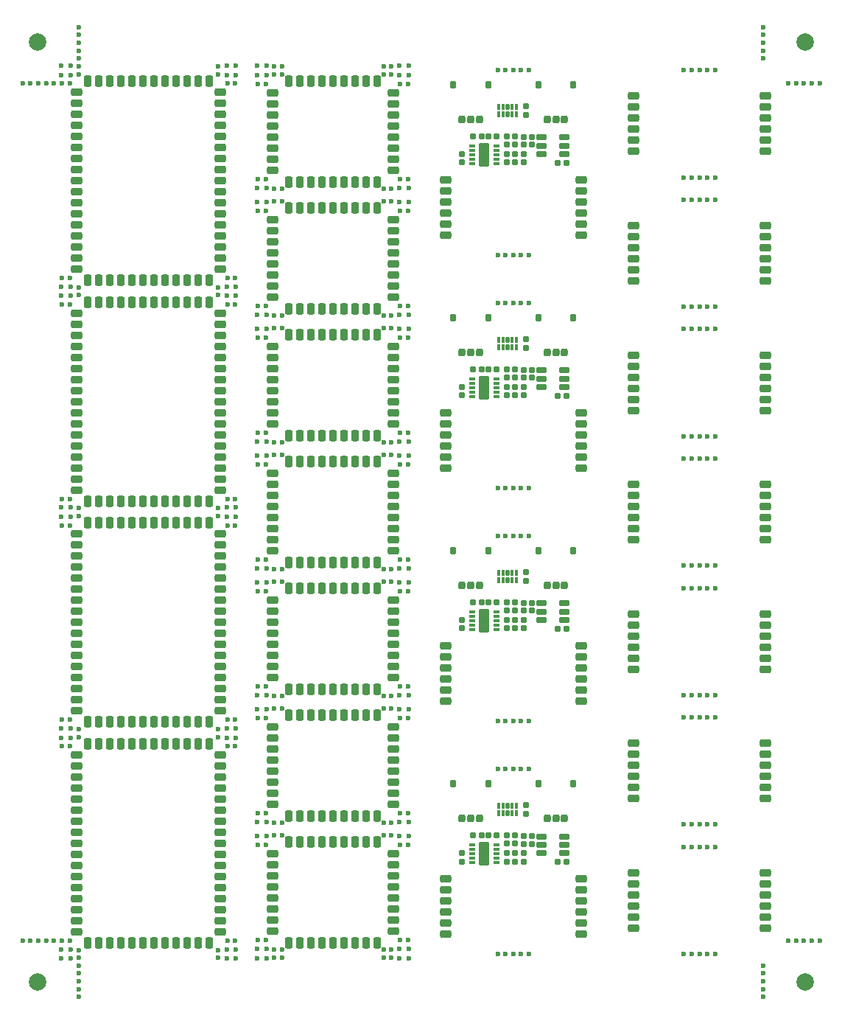
<source format=gbr>
%TF.GenerationSoftware,KiCad,Pcbnew,8.0.4*%
%TF.CreationDate,2024-12-12T20:15:35+01:00*%
%TF.ProjectId,Combined_Module_Panel,436f6d62-696e-4656-945f-4d6f64756c65,rev?*%
%TF.SameCoordinates,Original*%
%TF.FileFunction,Soldermask,Bot*%
%TF.FilePolarity,Negative*%
%FSLAX46Y46*%
G04 Gerber Fmt 4.6, Leading zero omitted, Abs format (unit mm)*
G04 Created by KiCad (PCBNEW 8.0.4) date 2024-12-12 20:15:35*
%MOMM*%
%LPD*%
G01*
G04 APERTURE LIST*
G04 Aperture macros list*
%AMRoundRect*
0 Rectangle with rounded corners*
0 $1 Rounding radius*
0 $2 $3 $4 $5 $6 $7 $8 $9 X,Y pos of 4 corners*
0 Add a 4 corners polygon primitive as box body*
4,1,4,$2,$3,$4,$5,$6,$7,$8,$9,$2,$3,0*
0 Add four circle primitives for the rounded corners*
1,1,$1+$1,$2,$3*
1,1,$1+$1,$4,$5*
1,1,$1+$1,$6,$7*
1,1,$1+$1,$8,$9*
0 Add four rect primitives between the rounded corners*
20,1,$1+$1,$2,$3,$4,$5,0*
20,1,$1+$1,$4,$5,$6,$7,0*
20,1,$1+$1,$6,$7,$8,$9,0*
20,1,$1+$1,$8,$9,$2,$3,0*%
G04 Aperture macros list end*
%ADD10RoundRect,0.167500X0.167500X0.192500X-0.167500X0.192500X-0.167500X-0.192500X0.167500X-0.192500X0*%
%ADD11RoundRect,0.115000X0.460000X1.210000X-0.460000X1.210000X-0.460000X-1.210000X0.460000X-1.210000X0*%
%ADD12RoundRect,0.085000X0.265000X0.085000X-0.265000X0.085000X-0.265000X-0.085000X0.265000X-0.085000X0*%
%ADD13RoundRect,0.162500X-0.162500X-0.287500X0.162500X-0.287500X0.162500X0.287500X-0.162500X0.287500X0*%
%ADD14RoundRect,0.200000X-0.200000X-0.250000X0.200000X-0.250000X0.200000X0.250000X-0.200000X0.250000X0*%
%ADD15RoundRect,0.167500X-0.167500X-0.192500X0.167500X-0.192500X0.167500X0.192500X-0.167500X0.192500X0*%
%ADD16RoundRect,0.085000X-0.085000X0.267500X-0.085000X-0.267500X0.085000X-0.267500X0.085000X0.267500X0*%
%ADD17RoundRect,0.135000X-0.135000X0.217500X-0.135000X-0.217500X0.135000X-0.217500X0.135000X0.217500X0*%
%ADD18RoundRect,0.167500X-0.192500X0.167500X-0.192500X-0.167500X0.192500X-0.167500X0.192500X0.167500X0*%
%ADD19RoundRect,0.175000X-0.425000X-0.175000X0.425000X-0.175000X0.425000X0.175000X-0.425000X0.175000X0*%
%ADD20RoundRect,0.167500X0.192500X-0.167500X0.192500X0.167500X-0.192500X0.167500X-0.192500X-0.167500X0*%
%ADD21RoundRect,0.225000X0.415000X-0.225000X0.415000X0.225000X-0.415000X0.225000X-0.415000X-0.225000X0*%
%ADD22C,0.600000*%
%ADD23C,2.000000*%
%ADD24RoundRect,0.225000X-0.415000X0.225000X-0.415000X-0.225000X0.415000X-0.225000X0.415000X0.225000X0*%
%ADD25RoundRect,0.225000X0.225000X0.415000X-0.225000X0.415000X-0.225000X-0.415000X0.225000X-0.415000X0*%
%ADD26RoundRect,0.225000X-0.225000X-0.415000X0.225000X-0.415000X0.225000X0.415000X-0.225000X0.415000X0*%
G04 APERTURE END LIST*
D10*
%TO.C,C30*%
X148385581Y-135751103D03*
X149345581Y-135751103D03*
%TD*%
D11*
%TO.C,U3*%
X139915581Y-134811103D03*
D12*
X138515581Y-133811103D03*
X138515581Y-134311103D03*
X138515581Y-134811103D03*
X138515581Y-135311103D03*
X138515581Y-135811103D03*
X141315581Y-135811103D03*
X141315581Y-135311103D03*
X141315581Y-134811103D03*
X141315581Y-134311103D03*
X141315581Y-133811103D03*
%TD*%
D13*
%TO.C,J10*%
X140388581Y-126790703D03*
X136338581Y-126790703D03*
D14*
X139363581Y-130790703D03*
X138363581Y-130790703D03*
X137363581Y-130790703D03*
%TD*%
D10*
%TO.C,C17*%
X140380581Y-132731103D03*
X141340581Y-132731103D03*
%TD*%
D15*
%TO.C,R61*%
X143460581Y-132741103D03*
X142500581Y-132741103D03*
%TD*%
%TO.C,C18*%
X139590581Y-132721103D03*
X138630581Y-132721103D03*
%TD*%
%TO.C,C79*%
X145380581Y-132761103D03*
X144420581Y-132761103D03*
%TD*%
%TO.C,R62*%
X143460581Y-133671103D03*
X142500581Y-133671103D03*
%TD*%
%TO.C,C80*%
X145380581Y-133681103D03*
X144420581Y-133681103D03*
%TD*%
D16*
%TO.C,U7*%
X141598059Y-130157603D03*
X142098059Y-130157603D03*
D17*
X142598059Y-130157603D03*
D16*
X143098059Y-130157603D03*
X143598059Y-130157603D03*
X143598059Y-129322603D03*
X143098059Y-129322603D03*
D17*
X142598059Y-129322603D03*
D16*
X142098059Y-129322603D03*
X141598059Y-129322603D03*
%TD*%
D10*
%TO.C,R3*%
X143460581Y-135716103D03*
X144420581Y-135716103D03*
%TD*%
D18*
%TO.C,R4*%
X137325581Y-135716103D03*
X137325581Y-134756103D03*
%TD*%
D10*
%TO.C,R10*%
X143460581Y-134756103D03*
X144420581Y-134756103D03*
%TD*%
D19*
%TO.C,U23*%
X149085581Y-134731103D03*
X149085581Y-133781103D03*
X149085581Y-132831103D03*
X146485581Y-132831103D03*
X146485581Y-133781103D03*
X146485581Y-134731103D03*
%TD*%
D18*
%TO.C,C29*%
X142500581Y-135716103D03*
X142500581Y-134756103D03*
%TD*%
D20*
%TO.C,C27*%
X144693381Y-129260103D03*
X144693381Y-130220103D03*
%TD*%
D13*
%TO.C,J12*%
X150161581Y-126790703D03*
X146111581Y-126790703D03*
D14*
X149136581Y-130790703D03*
X148136581Y-130790703D03*
X147136581Y-130790703D03*
%TD*%
D21*
%TO.C,J13*%
X151054162Y-137696703D03*
X151054162Y-138966703D03*
X151054162Y-140236703D03*
X151054162Y-141506703D03*
X151054162Y-142776703D03*
X151054162Y-144046703D03*
X135446000Y-144046703D03*
X135446000Y-142776703D03*
X135446000Y-141506703D03*
X135446000Y-140236703D03*
X135446000Y-138966703D03*
X135446000Y-137696703D03*
%TD*%
D22*
%TO.C,*%
X142350081Y-146325000D03*
%TD*%
%TO.C,*%
X145050081Y-125112382D03*
%TD*%
%TO.C,*%
X142350081Y-146325000D03*
%TD*%
%TO.C,*%
X144150081Y-146325000D03*
%TD*%
%TO.C,*%
X142350081Y-146325000D03*
%TD*%
%TO.C,*%
X141450081Y-146325000D03*
%TD*%
%TO.C,*%
X143250081Y-146325000D03*
%TD*%
%TO.C,*%
X145050081Y-125112382D03*
%TD*%
%TO.C,*%
X143250081Y-125112382D03*
%TD*%
%TO.C,*%
X142350081Y-125112382D03*
%TD*%
%TO.C,*%
X144150081Y-125112382D03*
%TD*%
%TO.C,*%
X141450081Y-146325000D03*
%TD*%
%TO.C,*%
X144150081Y-146325000D03*
%TD*%
%TO.C,*%
X142350081Y-125112382D03*
%TD*%
%TO.C,*%
X143250081Y-146325000D03*
%TD*%
%TO.C,*%
X141450081Y-146325000D03*
%TD*%
%TO.C,*%
X141450081Y-125112382D03*
%TD*%
%TO.C,*%
X141450081Y-125112382D03*
%TD*%
%TO.C,*%
X142350081Y-146325000D03*
%TD*%
%TO.C,*%
X145050081Y-146325000D03*
%TD*%
%TO.C,*%
X144150081Y-125112382D03*
%TD*%
%TO.C,*%
X145050081Y-146325000D03*
%TD*%
%TO.C,*%
X143250081Y-125112382D03*
%TD*%
%TO.C,*%
X141450081Y-125112382D03*
%TD*%
%TO.C,*%
X145050081Y-125112382D03*
%TD*%
%TO.C,*%
X144150081Y-146325000D03*
%TD*%
%TO.C,*%
X141450081Y-146325000D03*
%TD*%
%TO.C,*%
X143250081Y-146325000D03*
%TD*%
%TO.C,*%
X145050081Y-125112382D03*
%TD*%
%TO.C,*%
X143250081Y-146325000D03*
%TD*%
%TO.C,*%
X145050081Y-146325000D03*
%TD*%
%TO.C,*%
X145050081Y-125112382D03*
%TD*%
%TO.C,*%
X144150081Y-125112382D03*
%TD*%
%TO.C,*%
X141450081Y-146325000D03*
%TD*%
%TO.C,*%
X143250081Y-125112382D03*
%TD*%
%TO.C,*%
X144150081Y-146325000D03*
%TD*%
%TO.C,*%
X142350081Y-125112382D03*
%TD*%
%TO.C,*%
X145050081Y-146325000D03*
%TD*%
%TO.C,*%
X142350081Y-125112382D03*
%TD*%
%TO.C,*%
X143250081Y-125112382D03*
%TD*%
%TO.C,*%
X144150081Y-125112382D03*
%TD*%
%TO.C,*%
X141450081Y-125112382D03*
%TD*%
D10*
%TO.C,C30*%
X148385581Y-108980722D03*
X149345581Y-108980722D03*
%TD*%
D11*
%TO.C,U3*%
X139915581Y-108040722D03*
D12*
X138515581Y-107040722D03*
X138515581Y-107540722D03*
X138515581Y-108040722D03*
X138515581Y-108540722D03*
X138515581Y-109040722D03*
X141315581Y-109040722D03*
X141315581Y-108540722D03*
X141315581Y-108040722D03*
X141315581Y-107540722D03*
X141315581Y-107040722D03*
%TD*%
D13*
%TO.C,J10*%
X140388581Y-100020322D03*
X136338581Y-100020322D03*
D14*
X139363581Y-104020322D03*
X138363581Y-104020322D03*
X137363581Y-104020322D03*
%TD*%
D10*
%TO.C,C17*%
X140380581Y-105960722D03*
X141340581Y-105960722D03*
%TD*%
D15*
%TO.C,R61*%
X143460581Y-105970722D03*
X142500581Y-105970722D03*
%TD*%
%TO.C,C18*%
X139590581Y-105950722D03*
X138630581Y-105950722D03*
%TD*%
%TO.C,C79*%
X145380581Y-105990722D03*
X144420581Y-105990722D03*
%TD*%
%TO.C,R62*%
X143460581Y-106900722D03*
X142500581Y-106900722D03*
%TD*%
%TO.C,C80*%
X145380581Y-106910722D03*
X144420581Y-106910722D03*
%TD*%
D16*
%TO.C,U7*%
X141598059Y-103387222D03*
X142098059Y-103387222D03*
D17*
X142598059Y-103387222D03*
D16*
X143098059Y-103387222D03*
X143598059Y-103387222D03*
X143598059Y-102552222D03*
X143098059Y-102552222D03*
D17*
X142598059Y-102552222D03*
D16*
X142098059Y-102552222D03*
X141598059Y-102552222D03*
%TD*%
D10*
%TO.C,R3*%
X143460581Y-108945722D03*
X144420581Y-108945722D03*
%TD*%
D18*
%TO.C,R4*%
X137325581Y-108945722D03*
X137325581Y-107985722D03*
%TD*%
D10*
%TO.C,R10*%
X143460581Y-107985722D03*
X144420581Y-107985722D03*
%TD*%
D19*
%TO.C,U23*%
X149085581Y-107960722D03*
X149085581Y-107010722D03*
X149085581Y-106060722D03*
X146485581Y-106060722D03*
X146485581Y-107010722D03*
X146485581Y-107960722D03*
%TD*%
D18*
%TO.C,C29*%
X142500581Y-108945722D03*
X142500581Y-107985722D03*
%TD*%
D20*
%TO.C,C27*%
X144693381Y-102489722D03*
X144693381Y-103449722D03*
%TD*%
D13*
%TO.C,J12*%
X150161581Y-100020322D03*
X146111581Y-100020322D03*
D14*
X149136581Y-104020322D03*
X148136581Y-104020322D03*
X147136581Y-104020322D03*
%TD*%
D21*
%TO.C,J13*%
X151054162Y-110926322D03*
X151054162Y-112196322D03*
X151054162Y-113466322D03*
X151054162Y-114736322D03*
X151054162Y-116006322D03*
X151054162Y-117276322D03*
X135446000Y-117276322D03*
X135446000Y-116006322D03*
X135446000Y-114736322D03*
X135446000Y-113466322D03*
X135446000Y-112196322D03*
X135446000Y-110926322D03*
%TD*%
D22*
%TO.C,*%
X142350081Y-119554619D03*
%TD*%
%TO.C,*%
X145050081Y-98342001D03*
%TD*%
%TO.C,*%
X142350081Y-119554619D03*
%TD*%
%TO.C,*%
X144150081Y-119554619D03*
%TD*%
%TO.C,*%
X142350081Y-119554619D03*
%TD*%
%TO.C,*%
X141450081Y-119554619D03*
%TD*%
%TO.C,*%
X143250081Y-119554619D03*
%TD*%
%TO.C,*%
X145050081Y-98342001D03*
%TD*%
%TO.C,*%
X143250081Y-98342001D03*
%TD*%
%TO.C,*%
X142350081Y-98342001D03*
%TD*%
%TO.C,*%
X144150081Y-98342001D03*
%TD*%
%TO.C,*%
X141450081Y-119554619D03*
%TD*%
%TO.C,*%
X144150081Y-119554619D03*
%TD*%
%TO.C,*%
X142350081Y-98342001D03*
%TD*%
%TO.C,*%
X143250081Y-119554619D03*
%TD*%
%TO.C,*%
X141450081Y-119554619D03*
%TD*%
%TO.C,*%
X141450081Y-98342001D03*
%TD*%
%TO.C,*%
X141450081Y-98342001D03*
%TD*%
%TO.C,*%
X142350081Y-119554619D03*
%TD*%
%TO.C,*%
X145050081Y-119554619D03*
%TD*%
%TO.C,*%
X144150081Y-98342001D03*
%TD*%
%TO.C,*%
X145050081Y-119554619D03*
%TD*%
%TO.C,*%
X143250081Y-98342001D03*
%TD*%
%TO.C,*%
X141450081Y-98342001D03*
%TD*%
%TO.C,*%
X145050081Y-98342001D03*
%TD*%
%TO.C,*%
X144150081Y-119554619D03*
%TD*%
%TO.C,*%
X141450081Y-119554619D03*
%TD*%
%TO.C,*%
X143250081Y-119554619D03*
%TD*%
%TO.C,*%
X145050081Y-98342001D03*
%TD*%
%TO.C,*%
X143250081Y-119554619D03*
%TD*%
%TO.C,*%
X145050081Y-119554619D03*
%TD*%
%TO.C,*%
X145050081Y-98342001D03*
%TD*%
%TO.C,*%
X144150081Y-98342001D03*
%TD*%
%TO.C,*%
X141450081Y-119554619D03*
%TD*%
%TO.C,*%
X143250081Y-98342001D03*
%TD*%
%TO.C,*%
X144150081Y-119554619D03*
%TD*%
%TO.C,*%
X142350081Y-98342001D03*
%TD*%
%TO.C,*%
X145050081Y-119554619D03*
%TD*%
%TO.C,*%
X142350081Y-98342001D03*
%TD*%
%TO.C,*%
X143250081Y-98342001D03*
%TD*%
%TO.C,*%
X144150081Y-98342001D03*
%TD*%
%TO.C,*%
X141450081Y-98342001D03*
%TD*%
D10*
%TO.C,C30*%
X148385581Y-82227722D03*
X149345581Y-82227722D03*
%TD*%
D11*
%TO.C,U3*%
X139915581Y-81287722D03*
D12*
X138515581Y-80287722D03*
X138515581Y-80787722D03*
X138515581Y-81287722D03*
X138515581Y-81787722D03*
X138515581Y-82287722D03*
X141315581Y-82287722D03*
X141315581Y-81787722D03*
X141315581Y-81287722D03*
X141315581Y-80787722D03*
X141315581Y-80287722D03*
%TD*%
D13*
%TO.C,J10*%
X140388581Y-73267322D03*
X136338581Y-73267322D03*
D14*
X139363581Y-77267322D03*
X138363581Y-77267322D03*
X137363581Y-77267322D03*
%TD*%
D10*
%TO.C,C17*%
X140380581Y-79207722D03*
X141340581Y-79207722D03*
%TD*%
D15*
%TO.C,R61*%
X143460581Y-79217722D03*
X142500581Y-79217722D03*
%TD*%
%TO.C,C18*%
X139590581Y-79197722D03*
X138630581Y-79197722D03*
%TD*%
%TO.C,C79*%
X145380581Y-79237722D03*
X144420581Y-79237722D03*
%TD*%
%TO.C,R62*%
X143460581Y-80147722D03*
X142500581Y-80147722D03*
%TD*%
%TO.C,C80*%
X145380581Y-80157722D03*
X144420581Y-80157722D03*
%TD*%
D16*
%TO.C,U7*%
X141598059Y-76634222D03*
X142098059Y-76634222D03*
D17*
X142598059Y-76634222D03*
D16*
X143098059Y-76634222D03*
X143598059Y-76634222D03*
X143598059Y-75799222D03*
X143098059Y-75799222D03*
D17*
X142598059Y-75799222D03*
D16*
X142098059Y-75799222D03*
X141598059Y-75799222D03*
%TD*%
D10*
%TO.C,R3*%
X143460581Y-82192722D03*
X144420581Y-82192722D03*
%TD*%
D18*
%TO.C,R4*%
X137325581Y-82192722D03*
X137325581Y-81232722D03*
%TD*%
D10*
%TO.C,R10*%
X143460581Y-81232722D03*
X144420581Y-81232722D03*
%TD*%
D19*
%TO.C,U23*%
X149085581Y-81207722D03*
X149085581Y-80257722D03*
X149085581Y-79307722D03*
X146485581Y-79307722D03*
X146485581Y-80257722D03*
X146485581Y-81207722D03*
%TD*%
D18*
%TO.C,C29*%
X142500581Y-82192722D03*
X142500581Y-81232722D03*
%TD*%
D20*
%TO.C,C27*%
X144693381Y-75736722D03*
X144693381Y-76696722D03*
%TD*%
D13*
%TO.C,J12*%
X150161581Y-73267322D03*
X146111581Y-73267322D03*
D14*
X149136581Y-77267322D03*
X148136581Y-77267322D03*
X147136581Y-77267322D03*
%TD*%
D21*
%TO.C,J13*%
X151054162Y-84173322D03*
X151054162Y-85443322D03*
X151054162Y-86713322D03*
X151054162Y-87983322D03*
X151054162Y-89253322D03*
X151054162Y-90523322D03*
X135446000Y-90523322D03*
X135446000Y-89253322D03*
X135446000Y-87983322D03*
X135446000Y-86713322D03*
X135446000Y-85443322D03*
X135446000Y-84173322D03*
%TD*%
D22*
%TO.C,*%
X142350081Y-92801619D03*
%TD*%
%TO.C,*%
X145050081Y-71589001D03*
%TD*%
%TO.C,*%
X142350081Y-92801619D03*
%TD*%
%TO.C,*%
X144150081Y-92801619D03*
%TD*%
%TO.C,*%
X142350081Y-92801619D03*
%TD*%
%TO.C,*%
X141450081Y-92801619D03*
%TD*%
%TO.C,*%
X143250081Y-92801619D03*
%TD*%
%TO.C,*%
X145050081Y-71589001D03*
%TD*%
%TO.C,*%
X143250081Y-71589001D03*
%TD*%
%TO.C,*%
X142350081Y-71589001D03*
%TD*%
%TO.C,*%
X144150081Y-71589001D03*
%TD*%
%TO.C,*%
X141450081Y-92801619D03*
%TD*%
%TO.C,*%
X144150081Y-92801619D03*
%TD*%
%TO.C,*%
X142350081Y-71589001D03*
%TD*%
%TO.C,*%
X143250081Y-92801619D03*
%TD*%
%TO.C,*%
X141450081Y-92801619D03*
%TD*%
%TO.C,*%
X141450081Y-71589001D03*
%TD*%
%TO.C,*%
X141450081Y-71589001D03*
%TD*%
%TO.C,*%
X142350081Y-92801619D03*
%TD*%
%TO.C,*%
X145050081Y-92801619D03*
%TD*%
%TO.C,*%
X144150081Y-71589001D03*
%TD*%
%TO.C,*%
X145050081Y-92801619D03*
%TD*%
%TO.C,*%
X143250081Y-71589001D03*
%TD*%
%TO.C,*%
X141450081Y-71589001D03*
%TD*%
%TO.C,*%
X145050081Y-71589001D03*
%TD*%
%TO.C,*%
X144150081Y-92801619D03*
%TD*%
%TO.C,*%
X141450081Y-92801619D03*
%TD*%
%TO.C,*%
X143250081Y-92801619D03*
%TD*%
%TO.C,*%
X145050081Y-71589001D03*
%TD*%
%TO.C,*%
X143250081Y-92801619D03*
%TD*%
%TO.C,*%
X145050081Y-92801619D03*
%TD*%
%TO.C,*%
X145050081Y-71589001D03*
%TD*%
%TO.C,*%
X144150081Y-71589001D03*
%TD*%
%TO.C,*%
X141450081Y-92801619D03*
%TD*%
%TO.C,*%
X143250081Y-71589001D03*
%TD*%
%TO.C,*%
X144150081Y-92801619D03*
%TD*%
%TO.C,*%
X142350081Y-71589001D03*
%TD*%
%TO.C,*%
X145050081Y-92801619D03*
%TD*%
%TO.C,*%
X142350081Y-71589001D03*
%TD*%
%TO.C,*%
X143250081Y-71589001D03*
%TD*%
%TO.C,*%
X144150081Y-71589001D03*
%TD*%
%TO.C,*%
X141450081Y-71589001D03*
%TD*%
%TO.C,*%
X129247632Y-88972300D03*
%TD*%
%TO.C,*%
X165554162Y-146325000D03*
%TD*%
%TO.C,*%
X163754162Y-59701000D03*
%TD*%
%TO.C,*%
X130235500Y-101015300D03*
%TD*%
%TO.C,*%
X130147632Y-45373868D03*
%TD*%
%TO.C,*%
X163754162Y-134025000D03*
%TD*%
D23*
%TO.C,REF\u002A\u002A*%
X176754162Y-149575000D03*
%TD*%
D22*
%TO.C,*%
X165554162Y-74566000D03*
%TD*%
%TO.C,*%
X166454162Y-89431000D03*
%TD*%
%TO.C,2*%
X175754162Y-144788400D03*
%TD*%
%TO.C,*%
X163754162Y-116596000D03*
%TD*%
%TO.C,*%
X113885500Y-104691400D03*
%TD*%
%TO.C,*%
X166454162Y-131461000D03*
%TD*%
%TO.C,*%
X145050081Y-66048619D03*
%TD*%
%TO.C,*%
X166454162Y-57136000D03*
%TD*%
%TO.C,*%
X163754162Y-86866000D03*
%TD*%
%TO.C,*%
X92257000Y-71743600D03*
%TD*%
%TO.C,*%
X110295680Y-146862868D03*
%TD*%
%TO.C,1*%
X174853162Y-46373320D03*
%TD*%
%TO.C,*%
X163754162Y-44836000D03*
%TD*%
%TO.C,*%
X91357000Y-71743600D03*
%TD*%
%TO.C,*%
X163754162Y-72001000D03*
%TD*%
%TO.C,*%
X128347632Y-118102953D03*
%TD*%
%TO.C,*%
X165554162Y-44836000D03*
%TD*%
%TO.C,*%
X116673368Y-88972300D03*
%TD*%
%TO.C,*%
X162854162Y-134025000D03*
%TD*%
%TO.C,*%
X163754162Y-57136000D03*
%TD*%
%TO.C,*%
X114873368Y-87522332D03*
%TD*%
%TO.C,*%
X142350081Y-66048619D03*
%TD*%
%TO.C,*%
X166454162Y-44836000D03*
%TD*%
D24*
%TO.C,J9*%
X172254162Y-128485833D03*
X172254162Y-127215833D03*
X172254162Y-125945833D03*
X172254162Y-124675833D03*
X172254162Y-123405833D03*
X172254162Y-122135833D03*
X157054162Y-122135833D03*
X157054162Y-123405833D03*
X157054162Y-124675833D03*
X157054162Y-125945833D03*
X157054162Y-127215833D03*
X157054162Y-128485833D03*
%TD*%
D22*
%TO.C,*%
X114873368Y-145770732D03*
%TD*%
%TO.C,*%
X114785500Y-144701600D03*
%TD*%
%TO.C,*%
X162854162Y-57136000D03*
%TD*%
%TO.C,*%
X115773368Y-45286000D03*
%TD*%
%TO.C,*%
X165554162Y-57136000D03*
%TD*%
%TO.C,*%
X164654162Y-104296000D03*
%TD*%
%TO.C,*%
X165554162Y-86866000D03*
%TD*%
%TO.C,*%
X111370868Y-121491868D03*
%TD*%
%TO.C,*%
X166454162Y-89431000D03*
%TD*%
%TO.C,*%
X130235500Y-104697853D03*
%TD*%
%TO.C,*%
X114785500Y-133815600D03*
%TD*%
%TO.C,*%
X166454162Y-104296000D03*
%TD*%
%TO.C,*%
X163754162Y-116596000D03*
%TD*%
%TO.C,*%
X129247632Y-45286000D03*
%TD*%
%TO.C,*%
X162854162Y-146325000D03*
%TD*%
%TO.C,*%
X163754162Y-89431000D03*
%TD*%
%TO.C,*%
X113797632Y-103622268D03*
%TD*%
%TO.C,*%
X130147632Y-44298132D03*
%TD*%
%TO.C,*%
X165554162Y-131461000D03*
%TD*%
%TO.C,*%
X110295680Y-121491868D03*
%TD*%
%TO.C,*%
X111370868Y-45378868D03*
%TD*%
%TO.C,*%
X113797632Y-145770732D03*
%TD*%
%TO.C,*%
X91357000Y-46372600D03*
%TD*%
%TO.C,*%
X165554162Y-116596000D03*
%TD*%
%TO.C,*%
X115773368Y-102172300D03*
%TD*%
%TO.C,*%
X113885500Y-119253500D03*
%TD*%
%TO.C,*%
X163754162Y-59701000D03*
%TD*%
%TO.C,*%
X166454162Y-116596000D03*
%TD*%
%TO.C,*%
X164654162Y-119161000D03*
%TD*%
%TO.C,*%
X131223368Y-146846468D03*
%TD*%
%TO.C,*%
X165554162Y-131461000D03*
%TD*%
%TO.C,*%
X165554162Y-101731000D03*
%TD*%
%TO.C,*%
X165554162Y-59701000D03*
%TD*%
%TO.C,1*%
X90457000Y-144793400D03*
%TD*%
%TO.C,*%
X165554162Y-89431000D03*
%TD*%
%TO.C,*%
X113885500Y-130139500D03*
%TD*%
%TO.C,*%
X141450081Y-44836001D03*
%TD*%
%TO.C,*%
X114785500Y-90129300D03*
%TD*%
%TO.C,*%
X163754162Y-72001000D03*
%TD*%
%TO.C,*%
X164654162Y-74566000D03*
%TD*%
%TO.C,*%
X130147632Y-89060168D03*
%TD*%
%TO.C,*%
X131135500Y-46443000D03*
%TD*%
%TO.C,*%
X131135500Y-90129300D03*
%TD*%
%TO.C,*%
X162854162Y-86866000D03*
%TD*%
%TO.C,*%
X166454162Y-59701000D03*
%TD*%
%TO.C,*%
X114873368Y-118184368D03*
%TD*%
%TO.C,*%
X113797632Y-118184368D03*
%TD*%
%TO.C,*%
X113797632Y-87522332D03*
%TD*%
%TO.C,*%
X166454162Y-44836000D03*
%TD*%
%TO.C,2*%
X93344320Y-42587000D03*
%TD*%
%TO.C,*%
X91357000Y-122485600D03*
%TD*%
%TO.C,*%
X130235500Y-130139500D03*
%TD*%
%TO.C,*%
X162854162Y-134025000D03*
%TD*%
%TO.C,*%
X130235500Y-61005100D03*
%TD*%
%TO.C,*%
X163754162Y-146325000D03*
%TD*%
%TO.C,*%
X114873368Y-102084432D03*
%TD*%
%TO.C,*%
X114873368Y-146846468D03*
%TD*%
%TO.C,*%
X110383000Y-68680400D03*
%TD*%
%TO.C,*%
X166454162Y-72001000D03*
%TD*%
%TO.C,*%
X164654162Y-89431000D03*
%TD*%
%TO.C,*%
X131135500Y-71884647D03*
%TD*%
%TO.C,*%
X141450081Y-44836001D03*
%TD*%
%TO.C,*%
X141450081Y-66048619D03*
%TD*%
%TO.C,*%
X165554162Y-72001000D03*
%TD*%
%TO.C,*%
X163754162Y-89431000D03*
%TD*%
%TO.C,*%
X113797632Y-131208632D03*
%TD*%
%TO.C,*%
X110295132Y-95045132D03*
%TD*%
%TO.C,*%
X164654162Y-59701000D03*
%TD*%
%TO.C,*%
X165554162Y-101731000D03*
%TD*%
%TO.C,*%
X162854162Y-146325000D03*
%TD*%
%TO.C,*%
X164654162Y-72001000D03*
%TD*%
%TO.C,*%
X166454162Y-146325000D03*
%TD*%
%TO.C,*%
X163754162Y-101731000D03*
%TD*%
%TO.C,*%
X129247632Y-118102953D03*
%TD*%
%TO.C,*%
X164654162Y-101731000D03*
%TD*%
%TO.C,*%
X131135500Y-86446747D03*
%TD*%
%TO.C,2*%
X175753162Y-46373320D03*
%TD*%
%TO.C,*%
X165554162Y-86866000D03*
%TD*%
%TO.C,*%
X131223368Y-145770732D03*
%TD*%
%TO.C,*%
X143250081Y-66048619D03*
%TD*%
%TO.C,*%
X164654162Y-57136000D03*
%TD*%
%TO.C,*%
X131223368Y-58391679D03*
%TD*%
%TO.C,*%
X163754162Y-72001000D03*
%TD*%
%TO.C,*%
X129247632Y-132665053D03*
%TD*%
%TO.C,*%
X116673368Y-44386000D03*
%TD*%
%TO.C,*%
X109295680Y-70666000D03*
%TD*%
%TO.C,1*%
X90457000Y-46372600D03*
%TD*%
%TO.C,*%
X128347632Y-102172300D03*
%TD*%
%TO.C,*%
X166454162Y-57136000D03*
%TD*%
%TO.C,*%
X93349000Y-121404000D03*
%TD*%
%TO.C,2*%
X93349000Y-148575000D03*
%TD*%
%TO.C,*%
X162854162Y-101731000D03*
%TD*%
%TO.C,*%
X165554162Y-146325000D03*
%TD*%
%TO.C,*%
X164654162Y-131461000D03*
%TD*%
%TO.C,*%
X116673368Y-59848100D03*
%TD*%
%TO.C,*%
X111370320Y-44303132D03*
%TD*%
%TO.C,*%
X91357000Y-119422400D03*
%TD*%
%TO.C,*%
X128347632Y-131296500D03*
%TD*%
%TO.C,*%
X166454162Y-72001000D03*
%TD*%
%TO.C,*%
X115773368Y-88972300D03*
%TD*%
%TO.C,*%
X165554162Y-119161000D03*
%TD*%
%TO.C,*%
X162854162Y-59701000D03*
%TD*%
%TO.C,*%
X128347632Y-59848100D03*
%TD*%
%TO.C,*%
X113797632Y-45373868D03*
%TD*%
%TO.C,*%
X162854162Y-89431000D03*
%TD*%
%TO.C,*%
X163754162Y-89431000D03*
%TD*%
%TO.C,*%
X166454162Y-59701000D03*
%TD*%
%TO.C,*%
X129247632Y-102172300D03*
%TD*%
%TO.C,*%
X166454162Y-134025000D03*
%TD*%
%TO.C,*%
X131223368Y-59935968D03*
%TD*%
%TO.C,*%
X163754162Y-134025000D03*
%TD*%
%TO.C,*%
X110295132Y-120416132D03*
%TD*%
%TO.C,*%
X129247632Y-74410200D03*
%TD*%
%TO.C,*%
X92344868Y-146862868D03*
%TD*%
%TO.C,*%
X165554162Y-101731000D03*
%TD*%
%TO.C,*%
X165554162Y-104296000D03*
%TD*%
%TO.C,*%
X142350081Y-44836001D03*
%TD*%
%TO.C,*%
X163754162Y-104296000D03*
%TD*%
%TO.C,3*%
X93344320Y-41687000D03*
%TD*%
%TO.C,*%
X144150081Y-66048619D03*
%TD*%
%TO.C,*%
X111283000Y-122485600D03*
%TD*%
%TO.C,*%
X166454162Y-101731000D03*
%TD*%
%TO.C,*%
X165554162Y-72001000D03*
%TD*%
%TO.C,4*%
X93344320Y-40787000D03*
%TD*%
%TO.C,*%
X141450081Y-66048619D03*
%TD*%
%TO.C,*%
X128347632Y-45286000D03*
%TD*%
%TO.C,*%
X166454162Y-44836000D03*
%TD*%
%TO.C,*%
X144150081Y-44836001D03*
%TD*%
%TO.C,*%
X166454162Y-119161000D03*
%TD*%
D24*
%TO.C,J8*%
X93065000Y-98106000D03*
X93065000Y-99376000D03*
X93065000Y-100646000D03*
X93065000Y-101916000D03*
X93065000Y-103186000D03*
X93065000Y-104456000D03*
X93065000Y-105726000D03*
X93065000Y-106996000D03*
D21*
X93065000Y-108266000D03*
X93065000Y-109536000D03*
X93065000Y-110806000D03*
X93065000Y-112076000D03*
X93065000Y-113346000D03*
X93065000Y-114616000D03*
X93065000Y-115886000D03*
X93065000Y-117156000D03*
X93065000Y-118426000D03*
D25*
X94335000Y-119696000D03*
X95605000Y-119696000D03*
X96875000Y-119696000D03*
X98145000Y-119696000D03*
X99415000Y-119696000D03*
X100685000Y-119696000D03*
D26*
X101955000Y-119696000D03*
X103225000Y-119696000D03*
X104495000Y-119696000D03*
X105765000Y-119696000D03*
X107035000Y-119696000D03*
X108305000Y-119696000D03*
D24*
X109575000Y-118426000D03*
X109575000Y-117156000D03*
X109575000Y-115886000D03*
X109575000Y-114616000D03*
X109575000Y-113346000D03*
X109575000Y-112076000D03*
X109575000Y-110806000D03*
X109575000Y-109536000D03*
X109575000Y-108266000D03*
X109575000Y-106996000D03*
X109575000Y-105726000D03*
X109575000Y-104456000D03*
D21*
X109575000Y-103186000D03*
X109575000Y-101916000D03*
X109575000Y-100646000D03*
X109575000Y-99376000D03*
X109575000Y-98106000D03*
D26*
X108305000Y-96836000D03*
X107035000Y-96836000D03*
X105765000Y-96836000D03*
X104495000Y-96836000D03*
X103225000Y-96836000D03*
D25*
X101955000Y-96836000D03*
X100685000Y-96836000D03*
X99415000Y-96836000D03*
X98145000Y-96836000D03*
X96875000Y-96836000D03*
X95605000Y-96836000D03*
X94335000Y-96836000D03*
%TD*%
D22*
%TO.C,*%
X92344868Y-70749868D03*
%TD*%
%TO.C,*%
X162854162Y-131461000D03*
%TD*%
%TO.C,*%
X164654162Y-131461000D03*
%TD*%
%TO.C,*%
X111370320Y-120416132D03*
%TD*%
%TO.C,*%
X162854162Y-59701000D03*
%TD*%
%TO.C,*%
X165554162Y-74566000D03*
%TD*%
%TO.C,*%
X162854162Y-72001000D03*
%TD*%
%TO.C,*%
X114785500Y-86453200D03*
%TD*%
%TO.C,*%
X113885500Y-90129300D03*
%TD*%
%TO.C,*%
X163754162Y-119161000D03*
%TD*%
%TO.C,*%
X162854162Y-119161000D03*
%TD*%
%TO.C,*%
X142350081Y-44836001D03*
%TD*%
%TO.C,*%
X116673368Y-103534400D03*
%TD*%
%TO.C,*%
X163754162Y-89431000D03*
%TD*%
%TO.C,*%
X164654162Y-59701000D03*
%TD*%
%TO.C,*%
X165554162Y-86866000D03*
%TD*%
%TO.C,*%
X163754162Y-72001000D03*
%TD*%
%TO.C,*%
X113797632Y-72960232D03*
%TD*%
%TO.C,*%
X111370868Y-70749868D03*
%TD*%
%TO.C,*%
X143250081Y-44836001D03*
%TD*%
%TO.C,*%
X164654162Y-74566000D03*
%TD*%
%TO.C,*%
X164654162Y-116596000D03*
%TD*%
%TO.C,*%
X166454162Y-119161000D03*
%TD*%
%TO.C,*%
X130147632Y-72953779D03*
%TD*%
%TO.C,*%
X111283000Y-71743600D03*
%TD*%
%TO.C,*%
X145050081Y-44836001D03*
%TD*%
%TO.C,*%
X109291000Y-95133000D03*
%TD*%
%TO.C,*%
X163754162Y-131461000D03*
%TD*%
%TO.C,*%
X116673368Y-87610200D03*
%TD*%
%TO.C,*%
X164654162Y-86866000D03*
%TD*%
%TO.C,*%
X91269132Y-95045132D03*
%TD*%
%TO.C,*%
X162854162Y-119161000D03*
%TD*%
%TO.C,*%
X131223368Y-45373868D03*
%TD*%
%TO.C,*%
X163754162Y-146325000D03*
%TD*%
%TO.C,*%
X163754162Y-134025000D03*
%TD*%
%TO.C,*%
X166454162Y-86866000D03*
%TD*%
%TO.C,*%
X162854162Y-119161000D03*
%TD*%
D23*
%TO.C,REF\u002A\u002A*%
X88557000Y-149575000D03*
%TD*%
D22*
%TO.C,*%
X114873368Y-132746468D03*
%TD*%
%TO.C,*%
X114785500Y-57329000D03*
%TD*%
%TO.C,*%
X164654162Y-134025000D03*
%TD*%
%TO.C,*%
X165554162Y-119161000D03*
%TD*%
%TO.C,2*%
X89557000Y-144793400D03*
%TD*%
%TO.C,*%
X114785500Y-71891100D03*
%TD*%
%TO.C,*%
X163754162Y-119161000D03*
%TD*%
%TO.C,1*%
X171967562Y-43486000D03*
%TD*%
%TO.C,*%
X162854162Y-104296000D03*
%TD*%
%TO.C,*%
X93344320Y-44387000D03*
%TD*%
%TO.C,*%
X165554162Y-59701000D03*
%TD*%
%TO.C,*%
X116673368Y-58486000D03*
%TD*%
D24*
%TO.C,J8*%
X93065000Y-47364000D03*
X93065000Y-48634000D03*
X93065000Y-49904000D03*
X93065000Y-51174000D03*
X93065000Y-52444000D03*
X93065000Y-53714000D03*
X93065000Y-54984000D03*
X93065000Y-56254000D03*
D21*
X93065000Y-57524000D03*
X93065000Y-58794000D03*
X93065000Y-60064000D03*
X93065000Y-61334000D03*
X93065000Y-62604000D03*
X93065000Y-63874000D03*
X93065000Y-65144000D03*
X93065000Y-66414000D03*
X93065000Y-67684000D03*
D25*
X94335000Y-68954000D03*
X95605000Y-68954000D03*
X96875000Y-68954000D03*
X98145000Y-68954000D03*
X99415000Y-68954000D03*
X100685000Y-68954000D03*
D26*
X101955000Y-68954000D03*
X103225000Y-68954000D03*
X104495000Y-68954000D03*
X105765000Y-68954000D03*
X107035000Y-68954000D03*
X108305000Y-68954000D03*
D24*
X109575000Y-67684000D03*
X109575000Y-66414000D03*
X109575000Y-65144000D03*
X109575000Y-63874000D03*
X109575000Y-62604000D03*
X109575000Y-61334000D03*
X109575000Y-60064000D03*
X109575000Y-58794000D03*
X109575000Y-57524000D03*
X109575000Y-56254000D03*
X109575000Y-54984000D03*
X109575000Y-53714000D03*
D21*
X109575000Y-52444000D03*
X109575000Y-51174000D03*
X109575000Y-49904000D03*
X109575000Y-48634000D03*
X109575000Y-47364000D03*
D26*
X108305000Y-46094000D03*
X107035000Y-46094000D03*
X105765000Y-46094000D03*
X104495000Y-46094000D03*
X103225000Y-46094000D03*
D25*
X101955000Y-46094000D03*
X100685000Y-46094000D03*
X99415000Y-46094000D03*
X98145000Y-46094000D03*
X96875000Y-46094000D03*
X95605000Y-46094000D03*
X94335000Y-46094000D03*
%TD*%
D22*
%TO.C,*%
X164654162Y-146325000D03*
%TD*%
%TO.C,*%
X165554162Y-131461000D03*
%TD*%
%TO.C,*%
X166454162Y-104296000D03*
%TD*%
%TO.C,*%
X113885500Y-57329000D03*
%TD*%
%TO.C,*%
X166454162Y-86866000D03*
%TD*%
%TO.C,*%
X141450081Y-44836001D03*
%TD*%
%TO.C,*%
X162854162Y-146325000D03*
%TD*%
%TO.C,*%
X110295132Y-145787132D03*
%TD*%
D24*
%TO.C,J1*%
X115585500Y-105689400D03*
X115585500Y-106959400D03*
X115585500Y-108229400D03*
X115585500Y-109499400D03*
X115585500Y-110769400D03*
X115585500Y-112039400D03*
X115585500Y-113309400D03*
X115585500Y-114579400D03*
D25*
X117430500Y-115934400D03*
X118700500Y-115934400D03*
X119970500Y-115934400D03*
X121240500Y-115934400D03*
X122510500Y-115934400D03*
X123780500Y-115934400D03*
X125050500Y-115934400D03*
X126320500Y-115934400D03*
X127590500Y-115934400D03*
D24*
X129435500Y-114579400D03*
X129435500Y-113309400D03*
X129435500Y-112039400D03*
X129435500Y-110769400D03*
X129435500Y-109499400D03*
X129435500Y-108229400D03*
X129435500Y-106959400D03*
X129435500Y-105689400D03*
D25*
X127590500Y-104334400D03*
X126320500Y-104334400D03*
X125050500Y-104334400D03*
X123780500Y-104334400D03*
X122510500Y-104334400D03*
X121240500Y-104334400D03*
X119970500Y-104334400D03*
X118700500Y-104334400D03*
X117430500Y-104334400D03*
%TD*%
D22*
%TO.C,*%
X164654162Y-116596000D03*
%TD*%
%TO.C,*%
X162854162Y-134025000D03*
%TD*%
%TO.C,*%
X114785500Y-115577400D03*
%TD*%
%TO.C,*%
X130147632Y-103628721D03*
%TD*%
%TO.C,*%
X166454162Y-116596000D03*
%TD*%
%TO.C,*%
X92344320Y-44303132D03*
%TD*%
%TO.C,*%
X162854162Y-86866000D03*
%TD*%
%TO.C,*%
X165554162Y-116596000D03*
%TD*%
%TO.C,*%
X165554162Y-44836000D03*
%TD*%
%TO.C,*%
X165554162Y-57136000D03*
%TD*%
%TO.C,*%
X115773368Y-58486000D03*
%TD*%
%TO.C,*%
X162854162Y-101731000D03*
%TD*%
%TO.C,*%
X164654162Y-119161000D03*
%TD*%
%TO.C,*%
X113885500Y-133815600D03*
%TD*%
%TO.C,*%
X109291000Y-69762000D03*
%TD*%
D24*
%TO.C,J9*%
X172254162Y-98755833D03*
X172254162Y-97485833D03*
X172254162Y-96215833D03*
X172254162Y-94945833D03*
X172254162Y-93675833D03*
X172254162Y-92405833D03*
X157054162Y-92405833D03*
X157054162Y-93675833D03*
X157054162Y-94945833D03*
X157054162Y-96215833D03*
X157054162Y-97485833D03*
X157054162Y-98755833D03*
%TD*%
D22*
%TO.C,*%
X163754162Y-57136000D03*
%TD*%
%TO.C,*%
X163754162Y-59701000D03*
%TD*%
%TO.C,*%
X111283000Y-46372600D03*
%TD*%
%TO.C,*%
X162854162Y-44836000D03*
%TD*%
%TO.C,*%
X164654162Y-72001000D03*
%TD*%
%TO.C,*%
X144150081Y-44836001D03*
%TD*%
%TO.C,*%
X131135500Y-115577400D03*
%TD*%
%TO.C,*%
X166454162Y-101731000D03*
%TD*%
%TO.C,*%
X93349000Y-45291000D03*
%TD*%
%TO.C,*%
X162854162Y-86866000D03*
%TD*%
%TO.C,*%
X166454162Y-74566000D03*
%TD*%
%TO.C,*%
X113885500Y-101015300D03*
%TD*%
%TO.C,*%
X93344320Y-95129000D03*
%TD*%
D24*
%TO.C,J9*%
X172254162Y-83890833D03*
X172254162Y-82620833D03*
X172254162Y-81350833D03*
X172254162Y-80080833D03*
X172254162Y-78810833D03*
X172254162Y-77540833D03*
X157054162Y-77540833D03*
X157054162Y-78810833D03*
X157054162Y-80080833D03*
X157054162Y-81350833D03*
X157054162Y-82620833D03*
X157054162Y-83890833D03*
%TD*%
D22*
%TO.C,*%
X111283000Y-94051400D03*
%TD*%
%TO.C,*%
X166454162Y-101731000D03*
%TD*%
%TO.C,*%
X162854162Y-116596000D03*
%TD*%
%TO.C,*%
X166454162Y-104296000D03*
%TD*%
%TO.C,3*%
X171966842Y-149474000D03*
%TD*%
%TO.C,*%
X144150081Y-66048619D03*
%TD*%
%TO.C,1*%
X93349000Y-147675000D03*
%TD*%
%TO.C,*%
X164654162Y-44836000D03*
%TD*%
%TO.C,*%
X91269680Y-45378868D03*
%TD*%
%TO.C,*%
X164654162Y-89431000D03*
%TD*%
%TO.C,*%
X110383000Y-71743600D03*
%TD*%
%TO.C,*%
X115773368Y-118096500D03*
%TD*%
%TO.C,*%
X128347632Y-103540853D03*
%TD*%
%TO.C,*%
X162854162Y-89431000D03*
%TD*%
%TO.C,*%
X166454162Y-146325000D03*
%TD*%
%TO.C,*%
X114873368Y-89060168D03*
%TD*%
%TO.C,*%
X129247632Y-59848100D03*
%TD*%
%TO.C,*%
X115773368Y-59848100D03*
%TD*%
%TO.C,*%
X166454162Y-134025000D03*
%TD*%
%TO.C,*%
X166454162Y-146325000D03*
%TD*%
%TO.C,*%
X128347632Y-73041647D03*
%TD*%
%TO.C,*%
X143250081Y-44836001D03*
%TD*%
%TO.C,*%
X164654162Y-119161000D03*
%TD*%
%TO.C,*%
X128347632Y-88972300D03*
%TD*%
D24*
%TO.C,J9*%
X172254162Y-143349833D03*
X172254162Y-142079833D03*
X172254162Y-140809833D03*
X172254162Y-139539833D03*
X172254162Y-138269833D03*
X172254162Y-136999833D03*
X157054162Y-136999833D03*
X157054162Y-138269833D03*
X157054162Y-139539833D03*
X157054162Y-140809833D03*
X157054162Y-142079833D03*
X157054162Y-143349833D03*
%TD*%
D22*
%TO.C,1*%
X174854162Y-144788400D03*
%TD*%
%TO.C,*%
X115773368Y-146758600D03*
%TD*%
%TO.C,*%
X131223368Y-116646532D03*
%TD*%
D24*
%TO.C,J9*%
X172254162Y-69025833D03*
X172254162Y-67755833D03*
X172254162Y-66485833D03*
X172254162Y-65215833D03*
X172254162Y-63945833D03*
X172254162Y-62675833D03*
X157054162Y-62675833D03*
X157054162Y-63945833D03*
X157054162Y-65215833D03*
X157054162Y-66485833D03*
X157054162Y-67755833D03*
X157054162Y-69025833D03*
%TD*%
D22*
%TO.C,5*%
X171967562Y-39886000D03*
%TD*%
%TO.C,*%
X166454162Y-101731000D03*
%TD*%
%TO.C,*%
X110295132Y-44303132D03*
%TD*%
%TO.C,*%
X115773368Y-116734400D03*
%TD*%
%TO.C,*%
X164654162Y-57136000D03*
%TD*%
D24*
%TO.C,J1*%
X115585500Y-134813600D03*
X115585500Y-136083600D03*
X115585500Y-137353600D03*
X115585500Y-138623600D03*
X115585500Y-139893600D03*
X115585500Y-141163600D03*
X115585500Y-142433600D03*
X115585500Y-143703600D03*
D25*
X117430500Y-145058600D03*
X118700500Y-145058600D03*
X119970500Y-145058600D03*
X121240500Y-145058600D03*
X122510500Y-145058600D03*
X123780500Y-145058600D03*
X125050500Y-145058600D03*
X126320500Y-145058600D03*
X127590500Y-145058600D03*
D24*
X129435500Y-143703600D03*
X129435500Y-142433600D03*
X129435500Y-141163600D03*
X129435500Y-139893600D03*
X129435500Y-138623600D03*
X129435500Y-137353600D03*
X129435500Y-136083600D03*
X129435500Y-134813600D03*
D25*
X127590500Y-133458600D03*
X126320500Y-133458600D03*
X125050500Y-133458600D03*
X123780500Y-133458600D03*
X122510500Y-133458600D03*
X121240500Y-133458600D03*
X119970500Y-133458600D03*
X118700500Y-133458600D03*
X117430500Y-133458600D03*
%TD*%
D22*
%TO.C,*%
X93344320Y-120500000D03*
%TD*%
%TO.C,*%
X93349000Y-146775000D03*
%TD*%
%TO.C,*%
X166454162Y-119161000D03*
%TD*%
%TO.C,*%
X93349000Y-96033000D03*
%TD*%
%TO.C,*%
X91357000Y-68680400D03*
%TD*%
%TO.C,*%
X162854162Y-74566000D03*
%TD*%
%TO.C,*%
X165554162Y-119161000D03*
%TD*%
%TO.C,*%
X163754162Y-74566000D03*
%TD*%
%TO.C,*%
X162854162Y-57136000D03*
%TD*%
%TO.C,*%
X162854162Y-116596000D03*
%TD*%
%TO.C,*%
X164654162Y-116596000D03*
%TD*%
%TO.C,*%
X128347632Y-87603747D03*
%TD*%
%TO.C,*%
X163754162Y-104296000D03*
%TD*%
%TO.C,*%
X143250081Y-44836001D03*
%TD*%
D23*
%TO.C,REF\u002A\u002A*%
X176754162Y-41586000D03*
%TD*%
D22*
%TO.C,*%
X163754162Y-57136000D03*
%TD*%
%TO.C,3*%
X88657000Y-144793400D03*
%TD*%
%TO.C,*%
X142350081Y-44836001D03*
%TD*%
%TO.C,*%
X165554162Y-72001000D03*
%TD*%
%TO.C,3*%
X176654162Y-144788400D03*
%TD*%
%TO.C,*%
X113885500Y-71891100D03*
%TD*%
%TO.C,*%
X113885500Y-46443000D03*
%TD*%
%TO.C,*%
X114873368Y-44298132D03*
%TD*%
%TO.C,5*%
X86857000Y-46372600D03*
%TD*%
%TO.C,*%
X115773368Y-132658600D03*
%TD*%
%TO.C,*%
X163754162Y-57136000D03*
%TD*%
%TO.C,*%
X162854162Y-101731000D03*
%TD*%
%TO.C,*%
X110295680Y-96120868D03*
%TD*%
%TO.C,*%
X162854162Y-131461000D03*
%TD*%
%TO.C,*%
X163754162Y-101731000D03*
%TD*%
%TO.C,*%
X131135500Y-144701600D03*
%TD*%
%TO.C,*%
X145050081Y-66048619D03*
%TD*%
%TO.C,*%
X162854162Y-72001000D03*
%TD*%
%TO.C,*%
X162854162Y-72001000D03*
%TD*%
%TO.C,1*%
X93344320Y-43487000D03*
%TD*%
%TO.C,*%
X142350081Y-44836001D03*
%TD*%
%TO.C,*%
X162854162Y-104296000D03*
%TD*%
%TO.C,*%
X91269680Y-146862868D03*
%TD*%
%TO.C,*%
X114873368Y-59935968D03*
%TD*%
%TO.C,*%
X91269132Y-145787132D03*
%TD*%
%TO.C,*%
X130147632Y-59935968D03*
%TD*%
%TO.C,*%
X162854162Y-104296000D03*
%TD*%
%TO.C,*%
X164654162Y-101731000D03*
%TD*%
%TO.C,*%
X162854162Y-44836000D03*
%TD*%
%TO.C,*%
X141450081Y-66048619D03*
%TD*%
%TO.C,*%
X111283000Y-119422400D03*
%TD*%
%TO.C,*%
X128347632Y-74410200D03*
%TD*%
%TO.C,5*%
X86857000Y-144793400D03*
%TD*%
%TO.C,2*%
X171966842Y-148574000D03*
%TD*%
%TO.C,*%
X166454162Y-131461000D03*
%TD*%
%TO.C,*%
X131223368Y-132752921D03*
%TD*%
%TO.C,*%
X163754162Y-134025000D03*
%TD*%
%TO.C,*%
X162854162Y-57136000D03*
%TD*%
%TO.C,*%
X162854162Y-59701000D03*
%TD*%
%TO.C,*%
X165554162Y-44836000D03*
%TD*%
%TO.C,*%
X144150081Y-44836001D03*
%TD*%
%TO.C,*%
X165554162Y-134025000D03*
%TD*%
%TO.C,*%
X129247632Y-73041647D03*
%TD*%
%TO.C,*%
X113885500Y-115577400D03*
%TD*%
%TO.C,*%
X163754162Y-44836000D03*
%TD*%
%TO.C,*%
X164654162Y-86866000D03*
%TD*%
%TO.C,*%
X163754162Y-86866000D03*
%TD*%
%TO.C,*%
X165554162Y-146325000D03*
%TD*%
%TO.C,*%
X165554162Y-116596000D03*
%TD*%
D24*
%TO.C,J1*%
X115585500Y-91127300D03*
X115585500Y-92397300D03*
X115585500Y-93667300D03*
X115585500Y-94937300D03*
X115585500Y-96207300D03*
X115585500Y-97477300D03*
X115585500Y-98747300D03*
X115585500Y-100017300D03*
D25*
X117430500Y-101372300D03*
X118700500Y-101372300D03*
X119970500Y-101372300D03*
X121240500Y-101372300D03*
X122510500Y-101372300D03*
X123780500Y-101372300D03*
X125050500Y-101372300D03*
X126320500Y-101372300D03*
X127590500Y-101372300D03*
D24*
X129435500Y-100017300D03*
X129435500Y-98747300D03*
X129435500Y-97477300D03*
X129435500Y-96207300D03*
X129435500Y-94937300D03*
X129435500Y-93667300D03*
X129435500Y-92397300D03*
X129435500Y-91127300D03*
D25*
X127590500Y-89772300D03*
X126320500Y-89772300D03*
X125050500Y-89772300D03*
X123780500Y-89772300D03*
X122510500Y-89772300D03*
X121240500Y-89772300D03*
X119970500Y-89772300D03*
X118700500Y-89772300D03*
X117430500Y-89772300D03*
%TD*%
D22*
%TO.C,*%
X145050081Y-44836001D03*
%TD*%
%TO.C,*%
X128347632Y-44386000D03*
%TD*%
%TO.C,*%
X111370320Y-145787132D03*
%TD*%
%TO.C,*%
X162854162Y-44836000D03*
%TD*%
%TO.C,*%
X93344320Y-69758000D03*
%TD*%
%TO.C,*%
X113797632Y-59935968D03*
%TD*%
%TO.C,*%
X166454162Y-134025000D03*
%TD*%
%TO.C,4*%
X177553162Y-46373320D03*
%TD*%
%TO.C,*%
X111283000Y-97114600D03*
%TD*%
%TO.C,*%
X116673368Y-131296500D03*
%TD*%
%TO.C,*%
X92257000Y-97114600D03*
%TD*%
%TO.C,*%
X113797632Y-44298132D03*
%TD*%
%TO.C,*%
X114873368Y-45373868D03*
%TD*%
%TO.C,*%
X162854162Y-86866000D03*
%TD*%
%TO.C,4*%
X87757000Y-46372600D03*
%TD*%
%TO.C,*%
X163754162Y-59701000D03*
%TD*%
%TO.C,*%
X93344320Y-145871000D03*
%TD*%
%TO.C,*%
X145050081Y-66048619D03*
%TD*%
%TO.C,*%
X116673368Y-145858600D03*
%TD*%
%TO.C,*%
X162854162Y-89431000D03*
%TD*%
%TO.C,*%
X165554162Y-74566000D03*
%TD*%
%TO.C,*%
X143250081Y-66048619D03*
%TD*%
%TO.C,3*%
X176653162Y-46373320D03*
%TD*%
%TO.C,*%
X114785500Y-104691400D03*
%TD*%
%TO.C,*%
X166454162Y-131461000D03*
%TD*%
%TO.C,*%
X145050081Y-44836001D03*
%TD*%
%TO.C,*%
X165554162Y-74566000D03*
%TD*%
%TO.C,*%
X116673368Y-146758600D03*
%TD*%
%TO.C,*%
X164654162Y-74566000D03*
%TD*%
%TO.C,*%
X162854162Y-72001000D03*
%TD*%
%TO.C,*%
X130235500Y-71884647D03*
%TD*%
%TO.C,*%
X130147632Y-74498068D03*
%TD*%
%TO.C,*%
X164654162Y-89431000D03*
%TD*%
%TO.C,*%
X141450081Y-66048619D03*
%TD*%
%TO.C,*%
X162854162Y-101731000D03*
%TD*%
%TO.C,*%
X165554162Y-104296000D03*
%TD*%
%TO.C,*%
X131135500Y-130139500D03*
%TD*%
%TO.C,*%
X129247632Y-103540853D03*
%TD*%
%TO.C,*%
X93349000Y-70662000D03*
%TD*%
%TO.C,*%
X111283000Y-68680400D03*
%TD*%
%TO.C,*%
X164654162Y-59701000D03*
%TD*%
%TO.C,*%
X165554162Y-86866000D03*
%TD*%
%TO.C,*%
X114873368Y-74498068D03*
%TD*%
%TO.C,*%
X128347632Y-58479547D03*
%TD*%
%TO.C,*%
X143250081Y-66048619D03*
%TD*%
%TO.C,*%
X144150081Y-66048619D03*
%TD*%
%TO.C,*%
X109295680Y-146779000D03*
%TD*%
%TO.C,*%
X164654162Y-131461000D03*
%TD*%
%TO.C,4*%
X93349000Y-150375000D03*
%TD*%
%TO.C,5*%
X178453162Y-46373320D03*
%TD*%
%TO.C,*%
X116673368Y-118096500D03*
%TD*%
%TO.C,*%
X131135500Y-104697853D03*
%TD*%
%TO.C,*%
X166454162Y-134025000D03*
%TD*%
%TO.C,*%
X166454162Y-72001000D03*
%TD*%
%TO.C,*%
X163754162Y-86866000D03*
%TD*%
%TO.C,*%
X129247632Y-146758600D03*
%TD*%
%TO.C,*%
X110383000Y-119422400D03*
%TD*%
%TO.C,*%
X164654162Y-104296000D03*
%TD*%
%TO.C,*%
X109291000Y-145875000D03*
%TD*%
%TO.C,*%
X164654162Y-146325000D03*
%TD*%
%TO.C,*%
X166454162Y-72001000D03*
%TD*%
%TO.C,*%
X166454162Y-146325000D03*
%TD*%
%TO.C,*%
X164654162Y-74566000D03*
%TD*%
%TO.C,*%
X162854162Y-131461000D03*
%TD*%
%TO.C,*%
X91269680Y-121491868D03*
%TD*%
%TO.C,*%
X164654162Y-59701000D03*
%TD*%
%TO.C,*%
X163754162Y-44836000D03*
%TD*%
%TO.C,*%
X145050081Y-44836001D03*
%TD*%
%TO.C,*%
X130235500Y-46443000D03*
%TD*%
%TO.C,*%
X130235500Y-90129300D03*
%TD*%
%TO.C,*%
X166454162Y-57136000D03*
%TD*%
%TO.C,2*%
X89557000Y-46372600D03*
%TD*%
%TO.C,*%
X109295680Y-121408000D03*
%TD*%
%TO.C,*%
X166454162Y-89431000D03*
%TD*%
%TO.C,*%
X165554162Y-134025000D03*
%TD*%
%TO.C,*%
X114785500Y-130139500D03*
%TD*%
%TO.C,*%
X164654162Y-101731000D03*
%TD*%
%TO.C,*%
X165554162Y-89431000D03*
%TD*%
%TO.C,*%
X115773368Y-145858600D03*
%TD*%
%TO.C,*%
X116673368Y-102172300D03*
%TD*%
%TO.C,5*%
X93349000Y-151275000D03*
%TD*%
%TO.C,*%
X162854162Y-72001000D03*
%TD*%
%TO.C,*%
X166454162Y-74566000D03*
%TD*%
%TO.C,*%
X162854162Y-116596000D03*
%TD*%
%TO.C,*%
X130235500Y-133822053D03*
%TD*%
%TO.C,*%
X162854162Y-86866000D03*
%TD*%
%TO.C,*%
X131223368Y-131208632D03*
%TD*%
D24*
%TO.C,J8*%
X93065000Y-123477000D03*
X93065000Y-124747000D03*
X93065000Y-126017000D03*
X93065000Y-127287000D03*
X93065000Y-128557000D03*
X93065000Y-129827000D03*
X93065000Y-131097000D03*
X93065000Y-132367000D03*
D21*
X93065000Y-133637000D03*
X93065000Y-134907000D03*
X93065000Y-136177000D03*
X93065000Y-137447000D03*
X93065000Y-138717000D03*
X93065000Y-139987000D03*
X93065000Y-141257000D03*
X93065000Y-142527000D03*
X93065000Y-143797000D03*
D25*
X94335000Y-145067000D03*
X95605000Y-145067000D03*
X96875000Y-145067000D03*
X98145000Y-145067000D03*
X99415000Y-145067000D03*
X100685000Y-145067000D03*
D26*
X101955000Y-145067000D03*
X103225000Y-145067000D03*
X104495000Y-145067000D03*
X105765000Y-145067000D03*
X107035000Y-145067000D03*
X108305000Y-145067000D03*
D24*
X109575000Y-143797000D03*
X109575000Y-142527000D03*
X109575000Y-141257000D03*
X109575000Y-139987000D03*
X109575000Y-138717000D03*
X109575000Y-137447000D03*
X109575000Y-136177000D03*
X109575000Y-134907000D03*
X109575000Y-133637000D03*
X109575000Y-132367000D03*
X109575000Y-131097000D03*
X109575000Y-129827000D03*
D21*
X109575000Y-128557000D03*
X109575000Y-127287000D03*
X109575000Y-126017000D03*
X109575000Y-124747000D03*
X109575000Y-123477000D03*
D26*
X108305000Y-122207000D03*
X107035000Y-122207000D03*
X105765000Y-122207000D03*
X104495000Y-122207000D03*
X103225000Y-122207000D03*
D25*
X101955000Y-122207000D03*
X100685000Y-122207000D03*
X99415000Y-122207000D03*
X98145000Y-122207000D03*
X96875000Y-122207000D03*
X95605000Y-122207000D03*
X94335000Y-122207000D03*
%TD*%
D22*
%TO.C,*%
X92344320Y-95045132D03*
%TD*%
%TO.C,*%
X114785500Y-61005100D03*
%TD*%
%TO.C,*%
X163754162Y-74566000D03*
%TD*%
%TO.C,*%
X164654162Y-44836000D03*
%TD*%
%TO.C,*%
X162854162Y-119161000D03*
%TD*%
%TO.C,*%
X162854162Y-74566000D03*
%TD*%
%TO.C,*%
X92344320Y-69674132D03*
%TD*%
%TO.C,*%
X92257000Y-122485600D03*
%TD*%
%TO.C,*%
X130235500Y-119259953D03*
%TD*%
%TO.C,*%
X163754162Y-146325000D03*
%TD*%
%TO.C,*%
X166454162Y-44836000D03*
%TD*%
%TO.C,*%
X166454162Y-57136000D03*
%TD*%
%TO.C,*%
X164654162Y-86866000D03*
%TD*%
%TO.C,*%
X164654162Y-104296000D03*
%TD*%
%TO.C,*%
X164654162Y-57136000D03*
%TD*%
%TO.C,*%
X131135500Y-75567200D03*
%TD*%
%TO.C,*%
X164654162Y-131461000D03*
%TD*%
%TO.C,*%
X166454162Y-74566000D03*
%TD*%
%TO.C,*%
X165554162Y-89431000D03*
%TD*%
%TO.C,5*%
X178454162Y-144788400D03*
%TD*%
%TO.C,3*%
X88657000Y-46372600D03*
%TD*%
%TO.C,*%
X164654162Y-146325000D03*
%TD*%
%TO.C,*%
X165554162Y-57136000D03*
%TD*%
%TO.C,*%
X92257000Y-68680400D03*
%TD*%
%TO.C,*%
X163754162Y-146325000D03*
%TD*%
%TO.C,*%
X110383000Y-97114600D03*
%TD*%
%TO.C,5*%
X93344320Y-39887000D03*
%TD*%
%TO.C,*%
X91357000Y-144793400D03*
%TD*%
%TO.C,*%
X130147632Y-58391679D03*
%TD*%
%TO.C,*%
X131135500Y-119259953D03*
%TD*%
%TO.C,*%
X130235500Y-86446747D03*
%TD*%
%TO.C,*%
X165554162Y-131461000D03*
%TD*%
%TO.C,*%
X166454162Y-119161000D03*
%TD*%
%TO.C,*%
X162854162Y-116596000D03*
%TD*%
%TO.C,*%
X92344868Y-121491868D03*
%TD*%
%TO.C,*%
X110383000Y-122485600D03*
%TD*%
%TO.C,*%
X162854162Y-74566000D03*
%TD*%
%TO.C,*%
X130235500Y-115577400D03*
%TD*%
%TO.C,*%
X141450081Y-44836001D03*
%TD*%
%TO.C,*%
X166454162Y-44836000D03*
%TD*%
%TO.C,*%
X116673368Y-132658600D03*
%TD*%
%TO.C,*%
X110295680Y-45378868D03*
%TD*%
%TO.C,*%
X116673368Y-45286000D03*
%TD*%
%TO.C,*%
X113797632Y-89060168D03*
%TD*%
%TO.C,2*%
X171967562Y-42586000D03*
%TD*%
%TO.C,*%
X116673368Y-74410200D03*
%TD*%
%TO.C,*%
X130147632Y-87515879D03*
%TD*%
%TO.C,4*%
X177554162Y-144788400D03*
%TD*%
%TO.C,*%
X163754162Y-104296000D03*
%TD*%
%TO.C,*%
X113797632Y-132746468D03*
%TD*%
%TO.C,*%
X166454162Y-89431000D03*
%TD*%
%TO.C,*%
X115773368Y-74410200D03*
%TD*%
%TO.C,*%
X164654162Y-104296000D03*
%TD*%
%TO.C,*%
X111283000Y-144793400D03*
%TD*%
%TO.C,*%
X165554162Y-104296000D03*
%TD*%
%TO.C,*%
X162854162Y-59701000D03*
%TD*%
D24*
%TO.C,J1*%
X115585500Y-120251500D03*
X115585500Y-121521500D03*
X115585500Y-122791500D03*
X115585500Y-124061500D03*
X115585500Y-125331500D03*
X115585500Y-126601500D03*
X115585500Y-127871500D03*
X115585500Y-129141500D03*
D25*
X117430500Y-130496500D03*
X118700500Y-130496500D03*
X119970500Y-130496500D03*
X121240500Y-130496500D03*
X122510500Y-130496500D03*
X123780500Y-130496500D03*
X125050500Y-130496500D03*
X126320500Y-130496500D03*
X127590500Y-130496500D03*
D24*
X129435500Y-129141500D03*
X129435500Y-127871500D03*
X129435500Y-126601500D03*
X129435500Y-125331500D03*
X129435500Y-124061500D03*
X129435500Y-122791500D03*
X129435500Y-121521500D03*
X129435500Y-120251500D03*
D25*
X127590500Y-118896500D03*
X126320500Y-118896500D03*
X125050500Y-118896500D03*
X123780500Y-118896500D03*
X122510500Y-118896500D03*
X121240500Y-118896500D03*
X119970500Y-118896500D03*
X118700500Y-118896500D03*
X117430500Y-118896500D03*
%TD*%
D22*
%TO.C,*%
X131223368Y-103628721D03*
%TD*%
%TO.C,*%
X143250081Y-44836001D03*
%TD*%
%TO.C,*%
X111370868Y-96120868D03*
%TD*%
%TO.C,*%
X111370320Y-69674132D03*
%TD*%
%TO.C,*%
X165554162Y-134025000D03*
%TD*%
%TO.C,*%
X166454162Y-59701000D03*
%TD*%
%TO.C,*%
X113885500Y-144701600D03*
%TD*%
%TO.C,*%
X164654162Y-134025000D03*
%TD*%
%TO.C,*%
X165554162Y-59701000D03*
%TD*%
%TO.C,4*%
X171966842Y-150374000D03*
%TD*%
%TO.C,*%
X92257000Y-46372600D03*
%TD*%
%TO.C,*%
X166454162Y-131461000D03*
%TD*%
%TO.C,*%
X115773368Y-44386000D03*
%TD*%
%TO.C,*%
X130147632Y-146846468D03*
%TD*%
%TO.C,*%
X165554162Y-104296000D03*
%TD*%
%TO.C,*%
X166454162Y-89431000D03*
%TD*%
%TO.C,*%
X110295132Y-69674132D03*
%TD*%
%TO.C,*%
X164654162Y-134025000D03*
%TD*%
%TO.C,*%
X129247632Y-44386000D03*
%TD*%
%TO.C,*%
X131223368Y-72953779D03*
%TD*%
%TO.C,*%
X165554162Y-72001000D03*
%TD*%
D23*
%TO.C,REF\u002A\u002A*%
X88557000Y-41586000D03*
%TD*%
D22*
%TO.C,*%
X145050081Y-66048619D03*
%TD*%
%TO.C,*%
X165554162Y-44836000D03*
%TD*%
D24*
%TO.C,J1*%
X115585500Y-62003100D03*
X115585500Y-63273100D03*
X115585500Y-64543100D03*
X115585500Y-65813100D03*
X115585500Y-67083100D03*
X115585500Y-68353100D03*
X115585500Y-69623100D03*
X115585500Y-70893100D03*
D25*
X117430500Y-72248100D03*
X118700500Y-72248100D03*
X119970500Y-72248100D03*
X121240500Y-72248100D03*
X122510500Y-72248100D03*
X123780500Y-72248100D03*
X125050500Y-72248100D03*
X126320500Y-72248100D03*
X127590500Y-72248100D03*
D24*
X129435500Y-70893100D03*
X129435500Y-69623100D03*
X129435500Y-68353100D03*
X129435500Y-67083100D03*
X129435500Y-65813100D03*
X129435500Y-64543100D03*
X129435500Y-63273100D03*
X129435500Y-62003100D03*
D25*
X127590500Y-60648100D03*
X126320500Y-60648100D03*
X125050500Y-60648100D03*
X123780500Y-60648100D03*
X122510500Y-60648100D03*
X121240500Y-60648100D03*
X119970500Y-60648100D03*
X118700500Y-60648100D03*
X117430500Y-60648100D03*
%TD*%
D22*
%TO.C,*%
X165554162Y-134025000D03*
%TD*%
%TO.C,*%
X110295680Y-70749868D03*
%TD*%
%TO.C,*%
X163754162Y-86866000D03*
%TD*%
%TO.C,*%
X114873368Y-116646532D03*
%TD*%
%TO.C,*%
X130235500Y-75567200D03*
%TD*%
%TO.C,*%
X164654162Y-89431000D03*
%TD*%
%TO.C,*%
X115773368Y-131296500D03*
%TD*%
%TO.C,*%
X130235500Y-57322547D03*
%TD*%
%TO.C,*%
X129247632Y-58479547D03*
%TD*%
%TO.C,*%
X110383000Y-144793400D03*
%TD*%
%TO.C,*%
X144150081Y-44836001D03*
%TD*%
%TO.C,*%
X115773368Y-73048100D03*
%TD*%
%TO.C,5*%
X171966842Y-151274000D03*
%TD*%
%TO.C,*%
X166454162Y-74566000D03*
%TD*%
%TO.C,*%
X92344868Y-96120868D03*
%TD*%
%TO.C,*%
X91269680Y-70749868D03*
%TD*%
%TO.C,*%
X143250081Y-66048619D03*
%TD*%
%TO.C,*%
X165554162Y-59701000D03*
%TD*%
%TO.C,*%
X164654162Y-57136000D03*
%TD*%
%TO.C,3*%
X171967562Y-41686000D03*
%TD*%
%TO.C,*%
X163754162Y-74566000D03*
%TD*%
%TO.C,*%
X110383000Y-46372600D03*
%TD*%
%TO.C,*%
X128347632Y-132665053D03*
%TD*%
%TO.C,*%
X91357000Y-94051400D03*
%TD*%
%TO.C,*%
X91269132Y-120416132D03*
%TD*%
%TO.C,*%
X92344320Y-145787132D03*
%TD*%
%TO.C,*%
X162854162Y-44836000D03*
%TD*%
%TO.C,*%
X162854162Y-74566000D03*
%TD*%
%TO.C,*%
X131135500Y-61005100D03*
%TD*%
%TO.C,*%
X141450081Y-66048619D03*
%TD*%
%TO.C,*%
X109291000Y-120504000D03*
%TD*%
%TO.C,*%
X131135500Y-57322547D03*
%TD*%
%TO.C,*%
X166454162Y-116596000D03*
%TD*%
%TO.C,*%
X166454162Y-74566000D03*
%TD*%
%TO.C,*%
X164654162Y-116596000D03*
%TD*%
%TO.C,*%
X164654162Y-44836000D03*
%TD*%
%TO.C,*%
X114873368Y-103622268D03*
%TD*%
%TO.C,*%
X166454162Y-86866000D03*
%TD*%
%TO.C,*%
X109291000Y-44391000D03*
%TD*%
D24*
%TO.C,J8*%
X93065000Y-72735000D03*
X93065000Y-74005000D03*
X93065000Y-75275000D03*
X93065000Y-76545000D03*
X93065000Y-77815000D03*
X93065000Y-79085000D03*
X93065000Y-80355000D03*
X93065000Y-81625000D03*
D21*
X93065000Y-82895000D03*
X93065000Y-84165000D03*
X93065000Y-85435000D03*
X93065000Y-86705000D03*
X93065000Y-87975000D03*
X93065000Y-89245000D03*
X93065000Y-90515000D03*
X93065000Y-91785000D03*
X93065000Y-93055000D03*
D25*
X94335000Y-94325000D03*
X95605000Y-94325000D03*
X96875000Y-94325000D03*
X98145000Y-94325000D03*
X99415000Y-94325000D03*
X100685000Y-94325000D03*
D26*
X101955000Y-94325000D03*
X103225000Y-94325000D03*
X104495000Y-94325000D03*
X105765000Y-94325000D03*
X107035000Y-94325000D03*
X108305000Y-94325000D03*
D24*
X109575000Y-93055000D03*
X109575000Y-91785000D03*
X109575000Y-90515000D03*
X109575000Y-89245000D03*
X109575000Y-87975000D03*
X109575000Y-86705000D03*
X109575000Y-85435000D03*
X109575000Y-84165000D03*
X109575000Y-82895000D03*
X109575000Y-81625000D03*
X109575000Y-80355000D03*
X109575000Y-79085000D03*
D21*
X109575000Y-77815000D03*
X109575000Y-76545000D03*
X109575000Y-75275000D03*
X109575000Y-74005000D03*
X109575000Y-72735000D03*
D26*
X108305000Y-71465000D03*
X107035000Y-71465000D03*
X105765000Y-71465000D03*
X104495000Y-71465000D03*
X103225000Y-71465000D03*
D25*
X101955000Y-71465000D03*
X100685000Y-71465000D03*
X99415000Y-71465000D03*
X98145000Y-71465000D03*
X96875000Y-71465000D03*
X95605000Y-71465000D03*
X94335000Y-71465000D03*
%TD*%
D22*
%TO.C,*%
X91269132Y-44303132D03*
%TD*%
%TO.C,*%
X166454162Y-116596000D03*
%TD*%
%TO.C,1*%
X171966842Y-147674000D03*
%TD*%
%TO.C,*%
X166454162Y-59701000D03*
%TD*%
%TO.C,*%
X166454162Y-104296000D03*
%TD*%
%TO.C,*%
X163754162Y-131461000D03*
%TD*%
%TO.C,*%
X113885500Y-75567200D03*
%TD*%
%TO.C,*%
X163754162Y-104296000D03*
%TD*%
%TO.C,*%
X162854162Y-57136000D03*
%TD*%
%TO.C,*%
X129247632Y-131296500D03*
%TD*%
%TO.C,*%
X131223368Y-87515879D03*
%TD*%
%TO.C,*%
X162854162Y-104296000D03*
%TD*%
%TO.C,4*%
X171967562Y-40786000D03*
%TD*%
%TO.C,4*%
X87757000Y-144793400D03*
%TD*%
%TO.C,*%
X166454162Y-119161000D03*
%TD*%
%TO.C,*%
X131223368Y-89060168D03*
%TD*%
%TO.C,*%
X91269132Y-69674132D03*
%TD*%
%TO.C,*%
X113885500Y-61005100D03*
%TD*%
D24*
%TO.C,J1*%
X115585500Y-76565200D03*
X115585500Y-77835200D03*
X115585500Y-79105200D03*
X115585500Y-80375200D03*
X115585500Y-81645200D03*
X115585500Y-82915200D03*
X115585500Y-84185200D03*
X115585500Y-85455200D03*
D25*
X117430500Y-86810200D03*
X118700500Y-86810200D03*
X119970500Y-86810200D03*
X121240500Y-86810200D03*
X122510500Y-86810200D03*
X123780500Y-86810200D03*
X125050500Y-86810200D03*
X126320500Y-86810200D03*
X127590500Y-86810200D03*
D24*
X129435500Y-85455200D03*
X129435500Y-84185200D03*
X129435500Y-82915200D03*
X129435500Y-81645200D03*
X129435500Y-80375200D03*
X129435500Y-79105200D03*
X129435500Y-77835200D03*
X129435500Y-76565200D03*
D25*
X127590500Y-75210200D03*
X126320500Y-75210200D03*
X125050500Y-75210200D03*
X123780500Y-75210200D03*
X122510500Y-75210200D03*
X121240500Y-75210200D03*
X119970500Y-75210200D03*
X118700500Y-75210200D03*
X117430500Y-75210200D03*
%TD*%
D22*
%TO.C,*%
X163754162Y-119161000D03*
%TD*%
%TO.C,*%
X113885500Y-86453200D03*
%TD*%
%TO.C,*%
X114873368Y-72960232D03*
%TD*%
%TO.C,*%
X131135500Y-133822053D03*
%TD*%
%TO.C,*%
X115773368Y-103534400D03*
%TD*%
%TO.C,*%
X92344868Y-45378868D03*
%TD*%
%TO.C,*%
X109295680Y-45295000D03*
%TD*%
%TO.C,*%
X130147632Y-118190821D03*
%TD*%
%TO.C,*%
X131223368Y-118190821D03*
%TD*%
%TO.C,*%
X114785500Y-119253500D03*
%TD*%
%TO.C,*%
X131223368Y-74498068D03*
%TD*%
%TO.C,*%
X114873368Y-131208632D03*
%TD*%
%TO.C,*%
X164654162Y-134025000D03*
%TD*%
%TO.C,*%
X162854162Y-101731000D03*
%TD*%
%TO.C,*%
X163754162Y-101731000D03*
%TD*%
%TO.C,*%
X130147632Y-116646532D03*
%TD*%
%TO.C,*%
X163754162Y-116596000D03*
%TD*%
%TO.C,*%
X163754162Y-119161000D03*
%TD*%
%TO.C,*%
X113797632Y-58398132D03*
%TD*%
%TO.C,*%
X92257000Y-119422400D03*
%TD*%
%TO.C,*%
X111370320Y-95045132D03*
%TD*%
%TO.C,*%
X163754162Y-131461000D03*
%TD*%
%TO.C,*%
X130147632Y-102084432D03*
%TD*%
%TO.C,*%
X142350081Y-66048619D03*
%TD*%
%TO.C,*%
X116673368Y-116734400D03*
%TD*%
%TO.C,*%
X111370868Y-146862868D03*
%TD*%
%TO.C,*%
X144150081Y-66048619D03*
%TD*%
%TO.C,*%
X130147632Y-131208632D03*
%TD*%
%TO.C,*%
X130235500Y-144701600D03*
%TD*%
%TO.C,*%
X165554162Y-101731000D03*
%TD*%
%TO.C,*%
X113797632Y-116646532D03*
%TD*%
%TO.C,*%
X162854162Y-134025000D03*
%TD*%
%TO.C,*%
X164654162Y-101731000D03*
%TD*%
%TO.C,*%
X165554162Y-116596000D03*
%TD*%
%TO.C,*%
X162854162Y-89431000D03*
%TD*%
%TO.C,*%
X162854162Y-146325000D03*
%TD*%
D24*
%TO.C,J9*%
X172254162Y-113620833D03*
X172254162Y-112350833D03*
X172254162Y-111080833D03*
X172254162Y-109810833D03*
X172254162Y-108540833D03*
X172254162Y-107270833D03*
X157054162Y-107270833D03*
X157054162Y-108540833D03*
X157054162Y-109810833D03*
X157054162Y-111080833D03*
X157054162Y-112350833D03*
X157054162Y-113620833D03*
%TD*%
D22*
%TO.C,*%
X131135500Y-101015300D03*
%TD*%
%TO.C,*%
X165554162Y-57136000D03*
%TD*%
%TO.C,*%
X130147632Y-132752921D03*
%TD*%
%TO.C,*%
X113797632Y-102084432D03*
%TD*%
%TO.C,*%
X113797632Y-74498068D03*
%TD*%
%TO.C,*%
X142350081Y-66048619D03*
%TD*%
%TO.C,*%
X109295680Y-96037000D03*
%TD*%
%TO.C,3*%
X93349000Y-149475000D03*
%TD*%
%TO.C,*%
X163754162Y-44836000D03*
%TD*%
%TO.C,*%
X164654162Y-72001000D03*
%TD*%
%TO.C,*%
X131223368Y-44298132D03*
%TD*%
%TO.C,*%
X162854162Y-131461000D03*
%TD*%
%TO.C,*%
X145050081Y-44836001D03*
%TD*%
%TO.C,*%
X166454162Y-59701000D03*
%TD*%
%TO.C,*%
X166454162Y-104296000D03*
%TD*%
%TO.C,*%
X92257000Y-94051400D03*
%TD*%
%TO.C,*%
X92257000Y-144793400D03*
%TD*%
%TO.C,*%
X166454162Y-86866000D03*
%TD*%
%TO.C,*%
X92344320Y-120416132D03*
%TD*%
%TO.C,*%
X162854162Y-116596000D03*
%TD*%
%TO.C,*%
X164654162Y-86866000D03*
%TD*%
%TO.C,*%
X166454162Y-134025000D03*
%TD*%
%TO.C,*%
X164654162Y-146325000D03*
%TD*%
%TO.C,*%
X163754162Y-101731000D03*
%TD*%
%TO.C,*%
X165554162Y-119161000D03*
%TD*%
%TO.C,*%
X129247632Y-145858600D03*
%TD*%
%TO.C,*%
X91269680Y-96120868D03*
%TD*%
%TO.C,*%
X162854162Y-131461000D03*
%TD*%
D24*
%TO.C,J9*%
X172254162Y-54160833D03*
X172254162Y-52890833D03*
X172254162Y-51620833D03*
X172254162Y-50350833D03*
X172254162Y-49080833D03*
X172254162Y-47810833D03*
X157054162Y-47810833D03*
X157054162Y-49080833D03*
X157054162Y-50350833D03*
X157054162Y-51620833D03*
X157054162Y-52890833D03*
X157054162Y-54160833D03*
%TD*%
D22*
%TO.C,*%
X162854162Y-146325000D03*
%TD*%
%TO.C,*%
X128347632Y-145858600D03*
%TD*%
%TO.C,*%
X164654162Y-72001000D03*
%TD*%
%TO.C,*%
X115773368Y-87610200D03*
%TD*%
%TO.C,*%
X129247632Y-116734400D03*
%TD*%
%TO.C,*%
X116673368Y-73048100D03*
%TD*%
%TO.C,*%
X142350081Y-66048619D03*
%TD*%
%TO.C,*%
X129247632Y-87603747D03*
%TD*%
%TO.C,*%
X128347632Y-146758600D03*
%TD*%
%TO.C,*%
X110383000Y-94051400D03*
%TD*%
%TO.C,*%
X114785500Y-101015300D03*
%TD*%
%TO.C,*%
X163754162Y-116596000D03*
%TD*%
%TO.C,*%
X162854162Y-57136000D03*
%TD*%
%TO.C,*%
X131223368Y-102084432D03*
%TD*%
%TO.C,*%
X130147632Y-145770732D03*
%TD*%
%TO.C,*%
X164654162Y-119161000D03*
%TD*%
%TO.C,*%
X114785500Y-46443000D03*
%TD*%
%TO.C,*%
X164654162Y-44836000D03*
%TD*%
%TO.C,*%
X163754162Y-131461000D03*
%TD*%
%TO.C,*%
X114873368Y-58398132D03*
%TD*%
%TO.C,*%
X165554162Y-89431000D03*
%TD*%
%TO.C,*%
X163754162Y-74566000D03*
%TD*%
%TO.C,*%
X113797632Y-146846468D03*
%TD*%
%TO.C,*%
X114785500Y-75567200D03*
%TD*%
%TO.C,*%
X165554162Y-146325000D03*
%TD*%
%TO.C,*%
X91357000Y-97114600D03*
%TD*%
%TO.C,*%
X128347632Y-116734400D03*
%TD*%
D24*
%TO.C,J1*%
X115585500Y-47441000D03*
X115585500Y-48711000D03*
X115585500Y-49981000D03*
X115585500Y-51251000D03*
X115585500Y-52521000D03*
X115585500Y-53791000D03*
X115585500Y-55061000D03*
X115585500Y-56331000D03*
D25*
X117430500Y-57686000D03*
X118700500Y-57686000D03*
X119970500Y-57686000D03*
X121240500Y-57686000D03*
X122510500Y-57686000D03*
X123780500Y-57686000D03*
X125050500Y-57686000D03*
X126320500Y-57686000D03*
X127590500Y-57686000D03*
D24*
X129435500Y-56331000D03*
X129435500Y-55061000D03*
X129435500Y-53791000D03*
X129435500Y-52521000D03*
X129435500Y-51251000D03*
X129435500Y-49981000D03*
X129435500Y-48711000D03*
X129435500Y-47441000D03*
D25*
X127590500Y-46086000D03*
X126320500Y-46086000D03*
X125050500Y-46086000D03*
X123780500Y-46086000D03*
X122510500Y-46086000D03*
X121240500Y-46086000D03*
X119970500Y-46086000D03*
X118700500Y-46086000D03*
X117430500Y-46086000D03*
%TD*%
D21*
%TO.C,J13*%
X151054162Y-57420322D03*
X151054162Y-58690322D03*
X151054162Y-59960322D03*
X151054162Y-61230322D03*
X151054162Y-62500322D03*
X151054162Y-63770322D03*
X135446000Y-63770322D03*
X135446000Y-62500322D03*
X135446000Y-61230322D03*
X135446000Y-59960322D03*
X135446000Y-58690322D03*
X135446000Y-57420322D03*
%TD*%
D20*
%TO.C,C27*%
X144693381Y-48983722D03*
X144693381Y-49943722D03*
%TD*%
D18*
%TO.C,C29*%
X142500581Y-55439722D03*
X142500581Y-54479722D03*
%TD*%
D13*
%TO.C,J12*%
X150161581Y-46514322D03*
X146111581Y-46514322D03*
D14*
X149136581Y-50514322D03*
X148136581Y-50514322D03*
X147136581Y-50514322D03*
%TD*%
D19*
%TO.C,U23*%
X149085581Y-54454722D03*
X149085581Y-53504722D03*
X149085581Y-52554722D03*
X146485581Y-52554722D03*
X146485581Y-53504722D03*
X146485581Y-54454722D03*
%TD*%
D10*
%TO.C,R10*%
X143460581Y-54479722D03*
X144420581Y-54479722D03*
%TD*%
D18*
%TO.C,R4*%
X137325581Y-55439722D03*
X137325581Y-54479722D03*
%TD*%
D15*
%TO.C,C79*%
X145380581Y-52484722D03*
X144420581Y-52484722D03*
%TD*%
D10*
%TO.C,C17*%
X140380581Y-52454722D03*
X141340581Y-52454722D03*
%TD*%
D15*
%TO.C,C18*%
X139590581Y-52444722D03*
X138630581Y-52444722D03*
%TD*%
D13*
%TO.C,J10*%
X140388581Y-46514322D03*
X136338581Y-46514322D03*
D14*
X139363581Y-50514322D03*
X138363581Y-50514322D03*
X137363581Y-50514322D03*
%TD*%
D15*
%TO.C,R61*%
X143460581Y-52464722D03*
X142500581Y-52464722D03*
%TD*%
D11*
%TO.C,U3*%
X139915581Y-54534722D03*
D12*
X138515581Y-53534722D03*
X138515581Y-54034722D03*
X138515581Y-54534722D03*
X138515581Y-55034722D03*
X138515581Y-55534722D03*
X141315581Y-55534722D03*
X141315581Y-55034722D03*
X141315581Y-54534722D03*
X141315581Y-54034722D03*
X141315581Y-53534722D03*
%TD*%
D15*
%TO.C,C80*%
X145380581Y-53404722D03*
X144420581Y-53404722D03*
%TD*%
D10*
%TO.C,C30*%
X148385581Y-55474722D03*
X149345581Y-55474722D03*
%TD*%
D16*
%TO.C,U7*%
X141598059Y-49881222D03*
X142098059Y-49881222D03*
D17*
X142598059Y-49881222D03*
D16*
X143098059Y-49881222D03*
X143598059Y-49881222D03*
X143598059Y-49046222D03*
X143098059Y-49046222D03*
D17*
X142598059Y-49046222D03*
D16*
X142098059Y-49046222D03*
X141598059Y-49046222D03*
%TD*%
D15*
%TO.C,R62*%
X143460581Y-53394722D03*
X142500581Y-53394722D03*
%TD*%
D10*
%TO.C,R3*%
X143460581Y-55439722D03*
X144420581Y-55439722D03*
%TD*%
M02*

</source>
